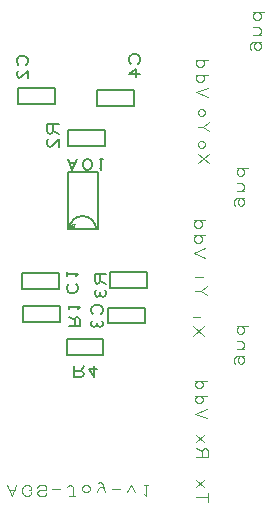
<source format=gbr>
G04 DesignSpark PCB Gerber Version 11.0 Build 5877*
G04 #@! TF.Part,Single*
G04 #@! TF.FileFunction,Legend,Bot*
G04 #@! TF.FilePolarity,Positive*
%FSLAX35Y35*%
%MOIN*%
%ADD78C,0.00394*%
%ADD70C,0.00500*%
%ADD71C,0.00800*%
G04 #@! TD.AperFunction*
X0Y0D02*
D02*
D70*
X21085Y159182D02*
X21397Y159494D01*
X21710Y160120D01*
Y161057D01*
X21397Y161682D01*
X21085Y161994D01*
X20460Y162307D01*
X19210D01*
X18585Y161994D01*
X18272Y161682D01*
X17960Y161057D01*
Y160120D01*
X18272Y159494D01*
X18585Y159182D01*
X21710Y154807D02*
Y157307D01*
X19522Y155120D01*
X18897Y154807D01*
X18272Y155120D01*
X17960Y155744D01*
Y156682D01*
X18272Y157307D01*
X31946Y139398D02*
X28196D01*
Y137211D01*
X28508Y136585D01*
X29133Y136273D01*
X29758Y136585D01*
X30071Y137211D01*
Y139398D01*
Y137211D02*
X31946Y136273D01*
Y131898D02*
Y134398D01*
X29758Y132211D01*
X29133Y131898D01*
X28508Y132211D01*
X28196Y132835D01*
Y133773D01*
X28508Y134398D01*
X35233Y86298D02*
X34921Y85986D01*
X34608Y85361D01*
Y84423D01*
X34921Y83798D01*
X35233Y83486D01*
X35858Y83173D01*
X37108D01*
X37733Y83486D01*
X38046Y83798D01*
X38358Y84423D01*
Y85361D01*
X38046Y85986D01*
X37733Y86298D01*
X34608Y88798D02*
Y90048D01*
Y89423D02*
X38358D01*
X37733Y88798D01*
X35396Y72150D02*
X39146D01*
Y74337D01*
X38833Y74962D01*
X38208Y75275D01*
X37583Y74962D01*
X37271Y74337D01*
Y72150D01*
Y74337D02*
X35396Y75275D01*
Y77775D02*
Y79025D01*
Y78400D02*
X39146D01*
X38521Y77775D01*
X34970Y104382D02*
Y123382D01*
X44970D01*
Y104382D01*
X34970D01*
Y127944D02*
X36533Y124194D01*
X38095Y127944D01*
X35595Y126382D02*
X37470D01*
X39970Y126694D02*
Y125444D01*
X40283Y124819D01*
X40595Y124507D01*
X41220Y124194D01*
X41845D01*
X42470Y124507D01*
X42783Y124819D01*
X43095Y125444D01*
Y126694D01*
X42783Y127319D01*
X42470Y127632D01*
X41845Y127944D01*
X41220D01*
X40595Y127632D01*
X40283Y127319D01*
X39970Y126694D01*
X45595Y127944D02*
X46845D01*
X46220D02*
Y124194D01*
X45595Y124819D01*
X36434Y105194D02*
G75*
G02*
X37367Y105940I467J373D01*
G01*
G75*
G02*
X36434Y105194I-467J-373D01*
G01*
X37214Y59007D02*
Y55257D01*
X39402D01*
X40027Y55570D01*
X40339Y56195D01*
X40027Y56820D01*
X39402Y57132D01*
X37214D01*
X39402D02*
X40339Y59007D01*
X43777D02*
Y55257D01*
X42214Y57757D01*
X44714D01*
X43501Y76111D02*
X43189Y76424D01*
X42876Y77049D01*
Y77986D01*
X43189Y78611D01*
X43501Y78924D01*
X44126Y79236D01*
X45376D01*
X46001Y78924D01*
X46314Y78611D01*
X46626Y77986D01*
Y77049D01*
X46314Y76424D01*
X46001Y76111D01*
X43189Y73924D02*
X42876Y73299D01*
Y72674D01*
X43189Y72049D01*
X43814Y71736D01*
X44439Y72049D01*
X44751Y72674D01*
Y73299D01*
Y72674D02*
X45064Y72049D01*
X45689Y71736D01*
X46314Y72049D01*
X46626Y72674D01*
Y73299D01*
X46314Y73924D01*
X44470Y104382D02*
G75*
G03*
X39970Y108882I-4500J0D01*
G01*
G75*
G03*
X35470Y104382I0J-4500D01*
G01*
X47694Y89472D02*
X43944D01*
Y87285D01*
X44256Y86660D01*
X44881Y86347D01*
X45506Y86660D01*
X45819Y87285D01*
Y89472D01*
Y87285D02*
X47694Y86347D01*
X47381Y84160D02*
X47694Y83535D01*
Y82910D01*
X47381Y82285D01*
X46756Y81972D01*
X46131Y82285D01*
X45819Y82910D01*
Y83535D01*
Y82910D02*
X45506Y82285D01*
X44881Y81972D01*
X44256Y82285D01*
X43944Y82910D01*
Y83535D01*
X44256Y84160D01*
X58486Y159576D02*
X58799Y159888D01*
X59111Y160513D01*
Y161451D01*
X58799Y162076D01*
X58486Y162388D01*
X57861Y162701D01*
X56611D01*
X55986Y162388D01*
X55674Y162076D01*
X55361Y161451D01*
Y160513D01*
X55674Y159888D01*
X55986Y159576D01*
X59111Y156138D02*
X55361D01*
X57861Y157701D01*
Y155201D01*
D02*
D71*
X18466Y151571D02*
Y146271D01*
X30766D01*
Y151571D01*
X18466D01*
X31947Y84460D02*
Y89760D01*
X19647D01*
Y84460D01*
X31947D01*
X32341Y73437D02*
Y78737D01*
X20041D01*
Y73437D01*
X32341D01*
X35001Y137398D02*
Y132098D01*
X47301D01*
Y137398D01*
X35001D01*
X44844Y150784D02*
Y145484D01*
X57144D01*
Y150784D01*
X44844D01*
X46907Y62413D02*
Y67713D01*
X34607D01*
Y62413D01*
X46907D01*
X48387Y78343D02*
Y73043D01*
X60687D01*
Y78343D01*
X48387D01*
X49174Y90154D02*
Y84854D01*
X61474D01*
Y90154D01*
X49174D01*
D02*
D78*
X14773Y19244D02*
X16336Y15494D01*
X17898Y19244D01*
X15398Y17681D02*
X17273D01*
X21961D02*
X22898D01*
Y17994D01*
X22586Y18619D01*
X22273Y18931D01*
X21648Y19244D01*
X21023D01*
X20398Y18931D01*
X20086Y18619D01*
X19773Y17994D01*
Y16744D01*
X20086Y16119D01*
X20398Y15806D01*
X21023Y15494D01*
X21648D01*
X22273Y15806D01*
X22586Y16119D01*
X22898Y16744D01*
X24773Y18306D02*
X25086Y18931D01*
X25711Y19244D01*
X26961D01*
X27586Y18931D01*
X27898Y18306D01*
X27586Y17681D01*
X26961Y17369D01*
X25711D01*
X25086Y17056D01*
X24773Y16431D01*
X25086Y15806D01*
X25711Y15494D01*
X26961D01*
X27586Y15806D01*
X27898Y16431D01*
X29773Y17994D02*
X32273D01*
X34773Y18619D02*
X35086Y18931D01*
X35711Y19244D01*
X36336Y18931D01*
X36648Y18619D01*
Y15494D01*
X37273D01*
X36648D02*
X35398D01*
X39773Y18306D02*
X40086Y18931D01*
X40711Y19244D01*
X41336D01*
X41961Y18931D01*
X42273Y18306D01*
Y17681D01*
X41961Y17056D01*
X41336Y16744D01*
X40711D01*
X40086Y17056D01*
X39773Y17681D01*
Y18306D01*
X44773Y16744D02*
X45086Y17994D01*
X45711Y18619D01*
X46336D01*
X46961Y17994D01*
X47273Y16744D01*
X46961Y17994D02*
X46648Y19244D01*
X46336Y19869D01*
X45711Y20181D01*
X45086Y19869D01*
X49773Y17994D02*
X52273D01*
X54773Y16744D02*
X56023Y19244D01*
X57273Y16744D01*
X60398Y19244D02*
X61648D01*
X61023D02*
Y15494D01*
X60398Y16119D01*
X76734Y69000D02*
X80484Y72125D01*
Y69000D02*
X76734Y72125D01*
Y75250D02*
X79234D01*
X80172D02*
X80878Y94984D02*
X77128Y96547D01*
X80878Y98109D01*
X78691Y102484D02*
X79316Y102172D01*
X79628Y101547D01*
Y100922D01*
X79316Y100297D01*
X78691Y99984D01*
X78066D01*
X77441Y100297D01*
X77128Y100922D01*
Y101547D01*
X77441Y102172D01*
X78066Y102484D01*
X77128D02*
X80878D01*
X78691Y107484D02*
X79316Y107172D01*
X79628Y106547D01*
Y105922D01*
X79316Y105297D01*
X78691Y104984D01*
X78066D01*
X77441Y105297D01*
X77128Y105922D01*
Y106547D01*
X77441Y107172D01*
X78066Y107484D01*
X77128D02*
X80878D01*
X81272Y41441D02*
X77522Y43004D01*
X81272Y44566D01*
X79084Y48941D02*
X79709Y48628D01*
X80022Y48004D01*
Y47378D01*
X79709Y46754D01*
X79084Y46441D01*
X78459D01*
X77834Y46754D01*
X77522Y47378D01*
Y48004D01*
X77834Y48628D01*
X78459Y48941D01*
X77522D02*
X81272D01*
X79084Y53941D02*
X79709Y53628D01*
X80022Y53004D01*
Y52378D01*
X79709Y51754D01*
X79084Y51441D01*
X78459D01*
X77834Y51754D01*
X77522Y52378D01*
Y53004D01*
X77834Y53628D01*
X78459Y53941D01*
X77522D02*
X81272D01*
X77522Y83948D02*
X79397D01*
X81272Y82386D01*
X79397Y83948D02*
X81272Y85511D01*
X77522Y88636D02*
X80022D01*
X80959D02*
X77915Y15051D02*
X81665D01*
Y13488D02*
Y16613D01*
X77915Y18488D02*
X80415Y20988D01*
X77915D02*
X80415Y18488D01*
X77915Y28449D02*
X81665D01*
Y30636D01*
X81353Y31261D01*
X80728Y31574D01*
X80103Y31261D01*
X79791Y30636D01*
Y28449D01*
Y30636D02*
X77915Y31574D01*
Y33449D02*
X80415Y35949D01*
X77915D02*
X80415Y33449D01*
X81665Y148528D02*
X77915Y150090D01*
X81665Y151653D01*
X79478Y156028D02*
X80103Y155715D01*
X80415Y155090D01*
Y154465D01*
X80103Y153840D01*
X79478Y153528D01*
X78853D01*
X78228Y153840D01*
X77915Y154465D01*
Y155090D01*
X78228Y155715D01*
X78853Y156028D01*
X77915D02*
X81665D01*
X79478Y161028D02*
X80103Y160715D01*
X80415Y160090D01*
Y159465D01*
X80103Y158840D01*
X79478Y158528D01*
X78853D01*
X78228Y158840D01*
X77915Y159465D01*
Y160090D01*
X78228Y160715D01*
X78853Y161028D01*
X77915D02*
X81665D01*
X78309Y126480D02*
X82059Y129606D01*
Y126480D02*
X78309Y129606D01*
X79247Y131480D02*
X78622Y131793D01*
X78309Y132418D01*
Y133043D01*
X78622Y133668D01*
X79247Y133980D01*
X79872D01*
X80497Y133668D01*
X80809Y133043D01*
Y132418D01*
X80497Y131793D01*
X79872Y131480D01*
X79247D01*
X78309Y138673D02*
X80184D01*
X82059Y137110D01*
X80184Y138673D02*
X82059Y140235D01*
X79247Y142110D02*
X78622Y142423D01*
X78309Y143048D01*
Y143673D01*
X78622Y144298D01*
X79247Y144610D01*
X79872D01*
X80497Y144298D01*
X80809Y143673D01*
Y143048D01*
X80497Y142423D01*
X79872Y142110D01*
X79247D01*
X92864Y62051D02*
X93489Y61739D01*
X93801Y61114D01*
Y60489D01*
X93489Y59864D01*
X92864Y59551D01*
X92551D01*
X91926Y59864D01*
X91614Y60489D01*
Y61114D01*
X91926Y61739D01*
X92551Y62051D01*
X93801D02*
X91301D01*
X90676Y61739D01*
X90364Y61114D01*
Y60176D01*
X90676Y59551D01*
X91301Y64551D02*
X93801D01*
X92864D02*
X93489Y64864D01*
X93801Y65489D01*
Y66114D01*
X93489Y66739D01*
X92864Y67051D01*
X91301D01*
X92864Y72051D02*
X93489Y71739D01*
X93801Y71114D01*
Y70489D01*
X93489Y69864D01*
X92864Y69551D01*
X92239D01*
X91614Y69864D01*
X91301Y70489D01*
Y71114D01*
X91614Y71739D01*
X92239Y72051D01*
X91301D02*
X95051D01*
X92864Y114807D02*
X93489Y114494D01*
X93801Y113870D01*
Y113244D01*
X93489Y112620D01*
X92864Y112307D01*
X92551D01*
X91926Y112620D01*
X91614Y113244D01*
Y113870D01*
X91926Y114494D01*
X92551Y114807D01*
X93801D02*
X91301D01*
X90676Y114494D01*
X90364Y113870D01*
Y112932D01*
X90676Y112307D01*
X91301Y117307D02*
X93801D01*
X92864D02*
X93489Y117620D01*
X93801Y118244D01*
Y118870D01*
X93489Y119494D01*
X92864Y119807D01*
X91301D01*
X92864Y124807D02*
X93489Y124494D01*
X93801Y123870D01*
Y123244D01*
X93489Y122620D01*
X92864Y122307D01*
X92239D01*
X91614Y122620D01*
X91301Y123244D01*
Y123870D01*
X91614Y124494D01*
X92239Y124807D01*
X91301D02*
X95051D01*
X98376Y166776D02*
X99001Y166463D01*
X99313Y165838D01*
Y165213D01*
X99001Y164588D01*
X98376Y164276D01*
X98063D01*
X97438Y164588D01*
X97126Y165213D01*
Y165838D01*
X97438Y166463D01*
X98063Y166776D01*
X99313D02*
X96813D01*
X96188Y166463D01*
X95876Y165838D01*
Y164901D01*
X96188Y164276D01*
X96813Y169276D02*
X99313D01*
X98376D02*
X99001Y169588D01*
X99313Y170213D01*
Y170838D01*
X99001Y171463D01*
X98376Y171776D01*
X96813D01*
X98376Y176776D02*
X99001Y176463D01*
X99313Y175838D01*
Y175213D01*
X99001Y174588D01*
X98376Y174276D01*
X97751D01*
X97126Y174588D01*
X96813Y175213D01*
Y175838D01*
X97126Y176463D01*
X97751Y176776D01*
X96813D02*
X100563D01*
X0Y0D02*
M02*

</source>
